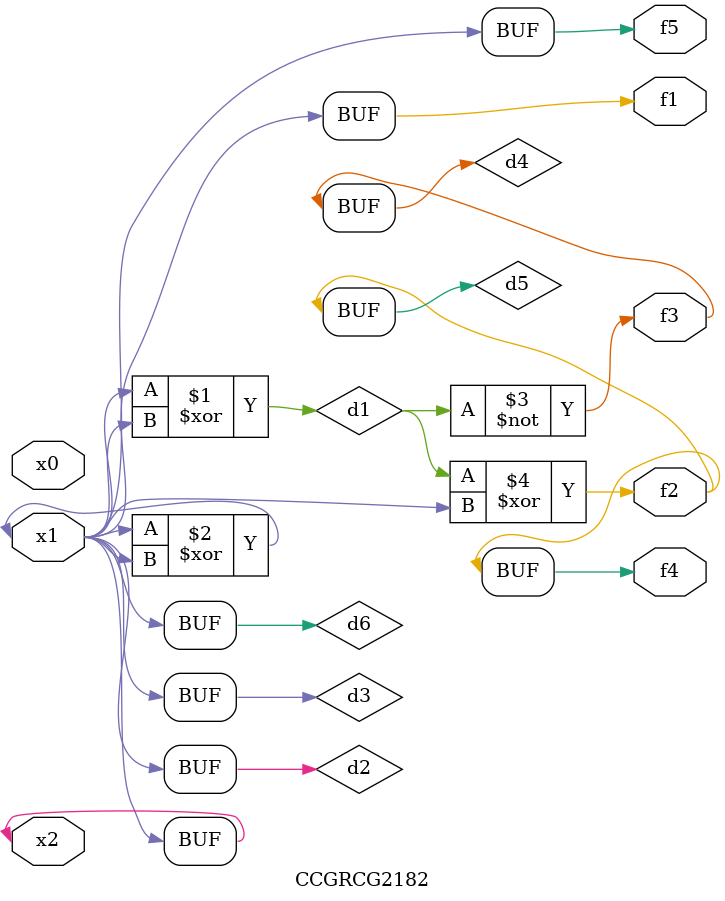
<source format=v>
module CCGRCG2182(
	input x0, x1, x2,
	output f1, f2, f3, f4, f5
);

	wire d1, d2, d3, d4, d5, d6;

	xor (d1, x1, x2);
	buf (d2, x1, x2);
	xor (d3, x1, x2);
	nor (d4, d1);
	xor (d5, d1, d2);
	buf (d6, d2, d3);
	assign f1 = d6;
	assign f2 = d5;
	assign f3 = d4;
	assign f4 = d5;
	assign f5 = d6;
endmodule

</source>
